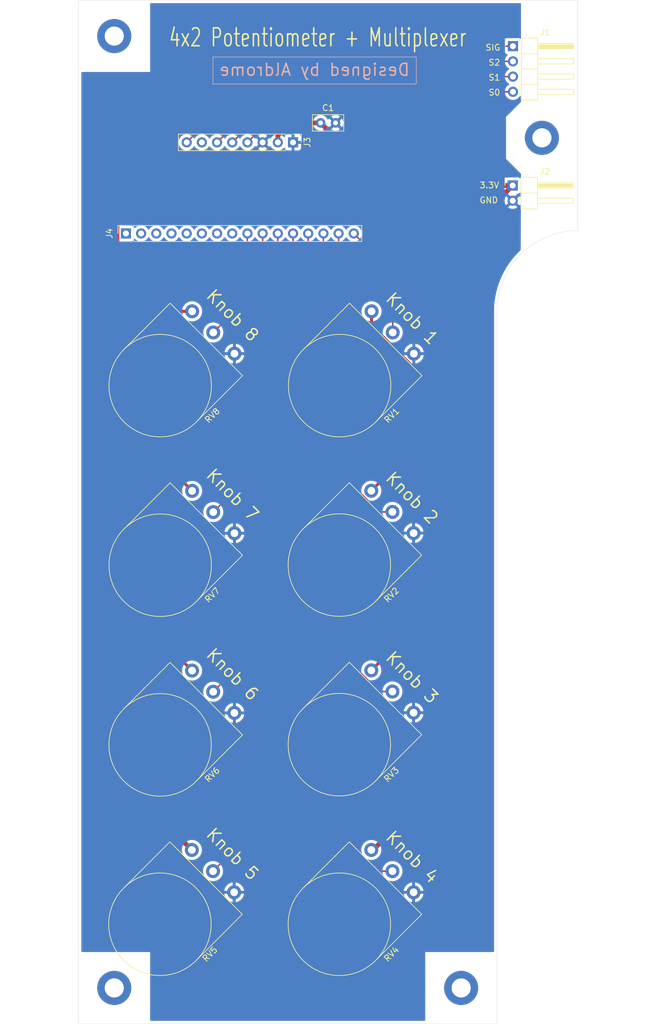
<source format=kicad_pcb>
(kicad_pcb (version 20241229) (generator "pcbnew") (generator_version "9.0")
  (layers (0 "F.Cu" signal) (2 "B.Cu" signal) (13 "F.Paste" user) (15 "B.Paste" user) (5 "F.SilkS" user "F.Silkscreen") (7 "B.SilkS" user "B.Silkscreen") (1 "F.Mask" user) (3 "B.Mask" user) (25 "Edge.Cuts" user))
  (net 0 "")
  (net 1 "+3.3V")
  (net 2 "GND")
  (net 3 "Net-(J1-Pin_3)")
  (net 4 "Net-(J1-Pin_2)")
  (net 5 "Net-(J1-Pin_1)")
  (net 6 "Net-(J1-Pin_4)")
  (net 8 "Net-(J4-Pin_10)")
  (net 9 "Net-(J4-Pin_16)")
  (net 16 "Net-(J4-Pin_12)")
  (net 17 "Net-(J4-Pin_11)")
  (net 19 "Net-(J4-Pin_13)")
  (net 21 "Net-(J4-Pin_15)")
  (net 22 "Net-(J4-Pin_9)")
  (net 23 "Net-(J4-Pin_14)")
  (footprint "Connector_PinHeader_2.54mm:PinHeader_1x08_P2.54mm_Vertical" (layer "F.Cu") (at 112.890001 39.76 -90)
    (property "Reference" "J3" (at 0 -2.38 90) (layer "F.SilkS"))
    (property "Value" "Conn_01x08")
    (fp_line (start -1.379999 19.16) (end 1.379999 19.16) (stroke (width 0.12)) (layer "F.SilkS"))
    (fp_line (start -1.38 1.27) (end -1.379999 19.16) (stroke (width 0.12)) (layer "F.SilkS"))
    (fp_line (start -1.38 1.27) (end 1.38 1.27) (stroke (width 0.12)) (layer "F.SilkS"))
    (fp_line (start 1.38 1.27) (end 1.379999 19.16) (stroke (width 0.12)) (layer "F.SilkS"))
    (fp_line (start -1.379999 0) (end -1.38 -1.38) (stroke (width 0.12)) (layer "F.SilkS"))
    (fp_line (start -1.38 -1.38) (end 0 -1.379999) (stroke (width 0.12)) (layer "F.SilkS"))
    (pad "1" thru_hole rect (at 0 0 270) (size 1.7 1.7) (drill 1) (layers "*.Cu" "*.Mask") (net 2 "GND"))
    (pad "2" thru_hole circle (at 0 2.54 270) (size 1.7 1.7) (drill 1) (layers "*.Cu" "*.Mask") (net 1 "+3.3V"))
    (pad "3" thru_hole circle (at 0 5.079999 270) (size 1.7 1.7) (drill 1) (layers "*.Cu" "*.Mask") (net 2 "GND"))
    (pad "4" thru_hole circle (at 0 7.62 270) (size 1.7 1.7) (drill 1) (layers "*.Cu" "*.Mask") (net 6 "Net-(J1-Pin_4)"))
    (pad "5" thru_hole circle (at 0 10.16 270) (size 1.7 1.7) (drill 1) (layers "*.Cu" "*.Mask") (net 3 "Net-(J1-Pin_3)"))
    (pad "6" thru_hole circle (at 0 12.7 270) (size 1.7 1.7) (drill 1) (layers "*.Cu" "*.Mask") (net 4 "Net-(J1-Pin_2)"))
    (pad "7" thru_hole circle (at 0 15.24 270) (size 1.7 1.7) (drill 1) (layers "*.Cu" "*.Mask"))
    (pad "8" thru_hole circle (at 0 17.780001 270) (size 1.7 1.7) (drill 1) (layers "*.Cu" "*.Mask") (net 5 "Net-(J1-Pin_1)"))
  )
  (footprint "Connector_PinHeader_2.54mm:PinHeader_1x04_P2.54mm_Horizontal" (layer "F.Cu") (at 149.661498 23.69)
    (property "Reference" "J1" (at 5.378502 -2.294571 0) (layer "F.SilkS"))
    (property "Value" "Conn_01x04")
    (fp_line (start -1.27 -1.27) (end 0 -1.27) (stroke (width 0.12)) (layer "F.SilkS"))
    (fp_line (start -1.27 0) (end -1.27 -1.27) (stroke (width 0.12)) (layer "F.SilkS"))
    (fp_line (start 1.077358 2.11) (end 1.39 2.11) (stroke (width 0.12)) (layer "F.SilkS"))
    (fp_line (start 1.077358 2.97) (end 1.39 2.97) (stroke (width 0.12)) (layer "F.SilkS"))
    (fp_line (start 1.077358 4.65) (end 1.39 4.65) (stroke (width 0.12)) (layer "F.SilkS"))
    (fp_line (start 1.077358 5.51) (end 1.39 5.51) (stroke (width 0.12)) (layer "F.SilkS"))
    (fp_line (start 1.077358 7.19) (end 1.39 7.19) (stroke (width 0.12)) (layer "F.SilkS"))
    (fp_line (start 1.077358 8.05) (end 1.39 8.05) (stroke (width 0.12)) (layer "F.SilkS"))
    (fp_line (start 1.16 -0.43) (end 1.39 -0.43) (stroke (width 0.12)) (layer "F.SilkS"))
    (fp_line (start 1.16 0.43) (end 1.39 0.43) (stroke (width 0.12)) (layer "F.SilkS"))
    (fp_line (start 1.39 -1.38) (end 1.39 9) (stroke (width 0.12)) (layer "F.SilkS"))
    (fp_line (start 1.39 1.27) (end 4.15 1.27) (stroke (width 0.12)) (layer "F.SilkS"))
    (fp_line (start 1.39 3.81) (end 4.15 3.81) (stroke (width 0.12)) (layer "F.SilkS"))
    (fp_line (start 1.39 6.35) (end 4.15 6.35) (stroke (width 0.12)) (layer "F.SilkS"))
    (fp_line (start 1.39 9) (end 4.15 9) (stroke (width 0.12)) (layer "F.SilkS"))
    (fp_line (start 4.15 -1.38) (end 1.39 -1.38) (stroke (width 0.12)) (layer "F.SilkS"))
    (fp_line (start 4.15 2.11) (end 10.15 2.11) (stroke (width 0.12)) (layer "F.SilkS"))
    (fp_line (start 4.15 4.65) (end 10.15 4.65) (stroke (width 0.12)) (layer "F.SilkS"))
    (fp_line (start 4.15 7.19) (end 10.15 7.19) (stroke (width 0.12)) (layer "F.SilkS"))
    (fp_line (start 4.15 9) (end 4.15 -1.38) (stroke (width 0.12)) (layer "F.SilkS"))
    (fp_line (start 10.15 2.11) (end 10.15 2.97) (stroke (width 0.12)) (layer "F.SilkS"))
    (fp_line (start 10.15 2.97) (end 4.15 2.97) (stroke (width 0.12)) (layer "F.SilkS"))
    (fp_line (start 10.15 4.65) (end 10.15 5.51) (stroke (width 0.12)) (layer "F.SilkS"))
    (fp_line (start 10.15 5.51) (end 4.15 5.51) (stroke (width 0.12)) (layer "F.SilkS"))
    (fp_line (start 10.15 7.19) (end 10.15 8.05) (stroke (width 0.12)) (layer "F.SilkS"))
    (fp_line (start 10.15 8.05) (end 4.15 8.05) (stroke (width 0.12)) (layer "F.SilkS"))
    (fp_rect (start 4.15 -0.43) (end 10.15 0.43) (stroke (width 0.12)) (fill yes) (layer "F.SilkS"))
    (pad "1" thru_hole rect (at 0 0) (size 1.7 1.7) (drill 1) (layers "*.Cu" "*.Mask") (net 5 "Net-(J1-Pin_1)"))
    (pad "2" thru_hole circle (at 0 2.54) (size 1.7 1.7) (drill 1) (layers "*.Cu" "*.Mask") (net 4 "Net-(J1-Pin_2)"))
    (pad "3" thru_hole circle (at 0 5.08) (size 1.7 1.7) (drill 1) (layers "*.Cu" "*.Mask") (net 3 "Net-(J1-Pin_3)"))
    (pad "4" thru_hole circle (at 0 7.62) (size 1.7 1.7) (drill 1) (layers "*.Cu" "*.Mask") (net 6 "Net-(J1-Pin_4)"))
  )
  (footprint "Potentiometer_THT:Potentiometer_Omeg_PC16BU_Vertical" (layer "F.Cu") (at 125.97543 97.953503 -135)
    (property "Reference" "RV2" (at 9.915 -14.7 45) (layer "F.SilkS"))
    (property "Value" "R_Potentiometer")
    (fp_line (start 12.55 3.56) (end 1.64 3.56) (stroke (width 0.12)) (layer "F.SilkS"))
    (fp_line (start 12.55 -13.56) (end 1.64 -13.56) (stroke (width 0.12)) (layer "F.SilkS"))
    (fp_line (start 1.64 -13.56) (end 1.64 3.56) (stroke (width 0.12)) (layer "F.SilkS"))
    (fp_circle (center 12.55 -5) (end 21.11 -5) (stroke (width 0.12)) (fill no) (layer "F.SilkS"))
    (pad "1" thru_hole circle (at 0 0 225) (size 2.34 2.34) (drill 1.3) (layers "*.Cu" "*.Mask") (net 1 "+3.3V"))
    (pad "2" thru_hole circle (at 0 -5 225) (size 2.34 2.34) (drill 1.3) (layers "*.Cu" "*.Mask") (net 21 "Net-(J4-Pin_15)"))
    (pad "3" thru_hole circle (at 0 -10 225) (size 2.34 2.34) (drill 1.3) (layers "*.Cu" "*.Mask") (net 2 "GND"))
  )
  (footprint "Potentiometer_THT:Potentiometer_Omeg_PC16BU_Vertical" (layer "F.Cu") (at 96.010964 127.989037 -135)
    (property "Reference" "RV6" (at 9.915 -14.7 45) (layer "F.SilkS"))
    (property "Value" "R_Potentiometer")
    (fp_line (start 12.55 3.56) (end 1.64 3.56) (stroke (width 0.12)) (layer "F.SilkS"))
    (fp_line (start 12.55 -13.56) (end 1.64 -13.56) (stroke (width 0.12)) (layer "F.SilkS"))
    (fp_line (start 1.64 -13.56) (end 1.64 3.56) (stroke (width 0.12)) (layer "F.SilkS"))
    (fp_circle (center 12.55 -5) (end 21.11 -5) (stroke (width 0.12)) (fill no) (layer "F.SilkS"))
    (pad "1" thru_hole circle (at 0 0 225) (size 2.34 2.34) (drill 1.3) (layers "*.Cu" "*.Mask") (net 1 "+3.3V"))
    (pad "2" thru_hole circle (at 0 -5 225) (size 2.34 2.34) (drill 1.3) (layers "*.Cu" "*.Mask") (net 17 "Net-(J4-Pin_11)"))
    (pad "3" thru_hole circle (at 0 -10 225) (size 2.34 2.34) (drill 1.3) (layers "*.Cu" "*.Mask") (net 2 "GND"))
  )
  (footprint "Potentiometer_THT:Potentiometer_Omeg_PC16BU_Vertical" (layer "F.Cu") (at 125.97543 157.953503 -135)
    (property "Reference" "RV4" (at 9.915 -14.7 45) (layer "F.SilkS"))
    (property "Value" "R_Potentiometer")
    (fp_line (start 12.55 3.56) (end 1.64 3.56) (stroke (width 0.12)) (layer "F.SilkS"))
    (fp_line (start 12.55 -13.56) (end 1.64 -13.56) (stroke (width 0.12)) (layer "F.SilkS"))
    (fp_line (start 1.64 -13.56) (end 1.64 3.56) (stroke (width 0.12)) (layer "F.SilkS"))
    (fp_circle (center 12.55 -5) (end 21.11 -5) (stroke (width 0.12)) (fill no) (layer "F.SilkS"))
    (pad "1" thru_hole circle (at 0 0 225) (size 2.34 2.34) (drill 1.3) (layers "*.Cu" "*.Mask") (net 1 "+3.3V"))
    (pad "2" thru_hole circle (at 0 -5 225) (size 2.34 2.34) (drill 1.3) (layers "*.Cu" "*.Mask") (net 19 "Net-(J4-Pin_13)"))
    (pad "3" thru_hole circle (at 0 -10 225) (size 2.34 2.34) (drill 1.3) (layers "*.Cu" "*.Mask") (net 2 "GND"))
  )
  (footprint "MountingHole:MountingHole_3.2mm_M3_ISO7380_Pad_TopBottom" (layer "F.Cu") (at 83 181)
    (property "Reference" "REF**" (hide yes))
    (property "Value" "MountingHole_3.2mm_M3_ISO7380_Pad_TopBottom")
    (pad "1" thru_hole circle (at 0 0) (size 3.6 3.6) (drill 3.2) (layers "*.Cu" "*.Mask"))
    (pad "1" connect circle (at 0 0) (size 5.7 5.7) (layers "F.Cu" "F.Mask"))
    (pad "1" connect circle (at 0 0) (size 5.7 5.7) (layers "B.Cu" "B.Mask"))
  )
  (footprint "MountingHole:MountingHole_3.2mm_M3_ISO7380_Pad_TopBottom" (layer "F.Cu") (at 154.5 39)
    (property "Reference" "REF**" (hide yes))
    (property "Value" "MountingHole_3.2mm_M3_ISO7380_Pad_TopBottom")
    (pad "1" thru_hole circle (at 0 0) (size 3.6 3.6) (drill 3.2) (layers "*.Cu" "*.Mask"))
    (pad "1" connect circle (at 0 0) (size 5.7 5.7) (layers "F.Cu" "F.Mask"))
    (pad "1" connect circle (at 0 0) (size 5.7 5.7) (layers "B.Cu" "B.Mask"))
  )
  (footprint "Potentiometer_THT:Potentiometer_Omeg_PC16BU_Vertical" (layer "F.Cu") (at 95.97543 157.953503 -135)
    (property "Reference" "RV5" (at 10.168806 -14.446194 45) (layer "F.SilkS"))
    (property "Value" "R_Potentiometer")
    (fp_line (start 12.55 3.56) (end 1.64 3.56) (stroke (width 0.12)) (layer "F.SilkS"))
    (fp_line (start 12.55 -13.56) (end 1.64 -13.56) (stroke (width 0.12)) (layer "F.SilkS"))
    (fp_line (start 1.64 -13.56) (end 1.64 3.56) (stroke (width 0.12)) (layer "F.SilkS"))
    (fp_circle (center 12.55 -5) (end 21.11 -5) (stroke (width 0.12)) (fill no) (layer "F.SilkS"))
    (pad "1" thru_hole circle (at 0 0 225) (size 2.34 2.34) (drill 1.3) (layers "*.Cu" "*.Mask") (net 1 "+3.3V"))
    (pad "2" thru_hole circle (at 0 -5 225) (size 2.34 2.34) (drill 1.3) (layers "*.Cu" "*.Mask") (net 16 "Net-(J4-Pin_12)"))
    (pad "3" thru_hole circle (at 0 -10 225) (size 2.34 2.34) (drill 1.3) (layers "*.Cu" "*.Mask") (net 2 "GND"))
  )
  (footprint "Capacitor_THT:C_Disc_D5.0mm_W2.5mm_P2.50mm" (layer "F.Cu") (at 117.5 36.5)
    (property "Reference" "C1" (at 1.25 -2.499999 0) (layer "F.SilkS"))
    (property "Value" "0.1uF")
    (fp_line (start -1.37 -1.37) (end 3.87 -1.37) (stroke (width 0.12)) (layer "F.SilkS"))
    (fp_line (start -1.37 1.37) (end -1.37 -1.37) (stroke (width 0.12)) (layer "F.SilkS"))
    (fp_line (start 3.87 -1.37) (end 3.87 1.37) (stroke (width 0.12)) (layer "F.SilkS"))
    (fp_line (start 3.87 1.37) (end -1.37 1.37) (stroke (width 0.12)) (layer "F.SilkS"))
    (pad "1" thru_hole circle (at 0 0) (size 1.6 1.6) (drill 0.8) (layers "*.Cu" "*.Mask") (net 1 "+3.3V"))
    (pad "2" thru_hole circle (at 2.5 0) (size 1.6 1.6) (drill 0.8) (layers "*.Cu" "*.Mask") (net 2 "GND"))
  )
  (footprint "Potentiometer_THT:Potentiometer_Omeg_PC16BU_Vertical" (layer "F.Cu") (at 96.021928 97.978074 -135)
    (property "Reference" "RV7" (at 9.915 -14.7 45) (layer "F.SilkS"))
    (property "Value" "R_Potentiometer")
    (fp_line (start 12.55 3.56) (end 1.64 3.56) (stroke (width 0.12)) (layer "F.SilkS"))
    (fp_line (start 12.55 -13.56) (end 1.64 -13.56) (stroke (width 0.12)) (layer "F.SilkS"))
    (fp_line (start 1.64 -13.56) (end 1.64 3.56) (stroke (width 0.12)) (layer "F.SilkS"))
    (fp_circle (center 12.55 -5) (end 21.11 -5) (stroke (width 0.12)) (fill no) (layer "F.SilkS"))
    (pad "1" thru_hole circle (at 0 0 225) (size 2.34 2.34) (drill 1.3) (layers "*.Cu" "*.Mask") (net 1 "+3.3V"))
    (pad "2" thru_hole circle (at 0 -5 225) (size 2.34 2.34) (drill 1.3) (layers "*.Cu" "*.Mask") (net 8 "Net-(J4-Pin_10)"))
    (pad "3" thru_hole circle (at 0 -10 225) (size 2.34 2.34) (drill 1.3) (layers "*.Cu" "*.Mask") (net 2 "GND"))
  )
  (footprint "Connector_PinHeader_2.54mm:PinHeader_1x02_P2.54mm_Horizontal" (layer "F.Cu") (at 149.615 46.96)
    (property "Reference" "J2" (at 5.378502 -2.294571 0) (layer "F.SilkS"))
    (property "Value" "Conn_01x02")
    (fp_line (start -1.27 -1.27) (end 0 -1.27) (stroke (width 0.12)) (layer "F.SilkS"))
    (fp_line (start -1.27 0) (end -1.27 -1.27) (stroke (width 0.12)) (layer "F.SilkS"))
    (fp_line (start 1.077358 2.11) (end 1.39 2.11) (stroke (width 0.12)) (layer "F.SilkS"))
    (fp_line (start 1.077358 2.97) (end 1.39 2.97) (stroke (width 0.12)) (layer "F.SilkS"))
    (fp_line (start 1.16 -0.43) (end 1.39 -0.43) (stroke (width 0.12)) (layer "F.SilkS"))
    (fp_line (start 1.16 0.43) (end 1.39 0.43) (stroke (width 0.12)) (layer "F.SilkS"))
    (fp_line (start 1.39 -1.38) (end 1.39 3.92) (stroke (width 0.12)) (layer "F.SilkS"))
    (fp_line (start 1.39 1.27) (end 4.15 1.27) (stroke (width 0.12)) (layer "F.SilkS"))
    (fp_line (start 1.39 3.92) (end 4.15 3.92) (stroke (width 0.12)) (layer "F.SilkS"))
    (fp_line (start 4.15 -1.38) (end 1.39 -1.38) (stroke (width 0.12)) (layer "F.SilkS"))
    (fp_line (start 4.15 2.11) (end 10.15 2.11) (stroke (width 0.12)) (layer "F.SilkS"))
    (fp_line (start 4.15 3.92) (end 4.15 -1.38) (stroke (width 0.12)) (layer "F.SilkS"))
    (fp_line (start 10.15 2.11) (end 10.15 2.97) (stroke (width 0.12)) (layer "F.SilkS"))
    (fp_line (start 10.15 2.97) (end 4.15 2.97) (stroke (width 0.12)) (layer "F.SilkS"))
    (fp_rect (start 4.15 -0.43) (end 10.15 0.43) (stroke (width 0.12)) (fill yes) (layer "F.SilkS"))
    (pad "1" thru_hole rect (at 0 0) (size 1.7 1.7) (drill 1) (layers "*.Cu" "*.Mask") (net 1 "+3.3V"))
    (pad "2" thru_hole circle (at 0 2.54) (size 1.7 1.7) (drill 1) (layers "*.Cu" "*.Mask") (net 2 "GND"))
  )
  (footprint "MountingHole:MountingHole_3.2mm_M3_ISO7380_Pad_TopBottom" (layer "F.Cu") (at 83 22)
    (property "Reference" "REF**" (hide yes))
    (property "Value" "MountingHole_3.2mm_M3_ISO7380_Pad_TopBottom")
    (pad "1" thru_hole circle (at 0 0) (size 3.6 3.6) (drill 3.2) (layers "*.Cu" "*.Mask"))
    (pad "1" connect circle (at 0 0) (size 5.7 5.7) (layers "F.Cu" "F.Mask"))
    (pad "1" connect circle (at 0 0) (size 5.7 5.7) (layers "B.Cu" "B.Mask"))
  )
  (footprint "Potentiometer_THT:Potentiometer_Omeg_PC16BU_Vertical" (layer "F.Cu") (at 96.021928 67.978074 -135)
    (property "Reference" "RV8" (at 9.915 -14.7 45) (layer "F.SilkS"))
    (property "Value" "R_Potentiometer")
    (fp_line (start 12.55 3.56) (end 1.64 3.56) (stroke (width 0.12)) (layer "F.SilkS"))
    (fp_line (start 12.55 -13.56) (end 1.64 -13.56) (stroke (width 0.12)) (layer "F.SilkS"))
    (fp_line (start 1.64 -13.56) (end 1.64 3.56) (stroke (width 0.12)) (layer "F.SilkS"))
    (fp_circle (center 12.55 -5) (end 21.11 -5) (stroke (width 0.12)) (fill no) (layer "F.SilkS"))
    (pad "1" thru_hole circle (at 0 0 225) (size 2.34 2.34) (drill 1.3) (layers "*.Cu" "*.Mask") (net 1 "+3.3V"))
    (pad "2" thru_hole circle (at 0 -5 225) (size 2.34 2.34) (drill 1.3) (layers "*.Cu" "*.Mask") (net 22 "Net-(J4-Pin_9)"))
    (pad "3" thru_hole circle (at 0 -10 225) (size 2.34 2.34) (drill 1.3) (layers "*.Cu" "*.Mask") (net 2 "GND"))
  )
  (footprint "Potentiometer_THT:Potentiometer_Omeg_PC16BU_Vertical" (layer "F.Cu") (at 125.97543 127.953503 -135)
    (property "Reference" "RV3" (at 9.915 -14.7 45) (layer "F.SilkS"))
    (property "Value" "R_Potentiometer")
    (fp_line (start 12.55 3.56) (end 1.64 3.56) (stroke (width 0.12)) (layer "F.SilkS"))
    (fp_line (start 12.55 -13.56) (end 1.64 -13.56) (stroke (width 0.12)) (layer "F.SilkS"))
    (fp_line (start 1.64 -13.56) (end 1.64 3.56) (stroke (width 0.12)) (layer "F.SilkS"))
    (fp_circle (center 12.55 -5) (end 21.11 -5) (stroke (width 0.12)) (fill no) (layer "F.SilkS"))
    (pad "1" thru_hole circle (at 0 0 225) (size 2.34 2.34) (drill 1.3) (layers "*.Cu" "*.Mask") (net 1 "+3.3V"))
    (pad "2" thru_hole circle (at 0 -5 225) (size 2.34 2.34) (drill 1.3) (layers "*.Cu" "*.Mask") (net 23 "Net-(J4-Pin_14)"))
    (pad "3" thru_hole circle (at 0 -10 225) (size 2.34 2.34) (drill 1.3) (layers "*.Cu" "*.Mask") (net 2 "GND"))
  )
  (footprint "Connector_PinSocket_2.54mm:PinSocket_1x16_P2.54mm_Vertical" (layer "F.Cu") (at 84.95 54.975 90)
    (property "Reference" "J4" (at 0 -2.77 90) (layer "F.SilkS"))
    (property "Value" "Conn_01x16")
    (fp_line (start 1.33 -1.33) (end 1.33 0) (stroke (width 0.12)) (layer "F.SilkS"))
    (fp_line (start 0 -1.33) (end 1.33 -1.33) (stroke (width 0.12)) (layer "F.SilkS"))
    (fp_line (start 1.33 1.270001) (end 1.33 39.429999) (stroke (width 0.12)) (layer "F.SilkS"))
    (fp_line (start -1.33 1.270001) (end 1.33 1.270001) (stroke (width 0.12)) (layer "F.SilkS"))
    (fp_line (start -1.33 1.270001) (end -1.33 39.429999) (stroke (width 0.12)) (layer "F.SilkS"))
    (fp_line (start -1.33 39.429999) (end 1.33 39.429999) (stroke (width 0.12)) (layer "F.SilkS"))
    (pad "1" thru_hole rect (at 0 0 90) (size 1.7 1.7) (drill 1) (layers "*.Cu" "*.Mask"))
    (pad "2" thru_hole circle (at 0 2.54 90) (size 1.7 1.7) (drill 1) (layers "*.Cu" "*.Mask"))
    (pad "3" thru_hole circle (at 0 5.079999 90) (size 1.7 1.7) (drill 1) (layers "*.Cu" "*.Mask"))
    (pad "4" thru_hole circle (at 0 7.62 90) (size 1.7 1.7) (drill 1) (layers "*.Cu" "*.Mask"))
    (pad "5" thru_hole circle (at 0 10.16 90) (size 1.7 1.7) (drill 1) (layers "*.Cu" "*.Mask"))
    (pad "6" thru_hole circle (at 0 12.7 90) (size 1.7 1.7) (drill 1) (layers "*.Cu" "*.Mask"))
    (pad "7" thru_hole circle (at 0 15.24 90) (size 1.7 1.7) (drill 1) (layers "*.Cu" "*.Mask"))
    (pad "8" thru_hole circle (at 0 17.780001 90) (size 1.7 1.7) (drill 1) (layers "*.Cu" "*.Mask"))
    (pad "9" thru_hole circle (at 0 20.32 90) (size 1.7 1.7) (drill 1) (layers "*.Cu" "*.Mask") (net 22 "Net-(J4-Pin_9)"))
    (pad "10" thru_hole circle (at 0 22.86 90) (size 1.7 1.7) (drill 1) (layers "*.Cu" "*.Mask") (net 8 "Net-(J4-Pin_10)"))
    (pad "11" thru_hole circle (at 0 25.4 90) (size 1.7 1.7) (drill 1) (layers "*.Cu" "*.Mask") (net 17 "Net-(J4-Pin_11)"))
    (pad "12" thru_hole circle (at 0 27.939999 90) (size 1.7 1.7) (drill 1) (layers "*.Cu" "*.Mask") (net 16 "Net-(J4-Pin_12)"))
    (pad "13" thru_hole circle (at 0 30.48 90) (size 1.7 1.7) (drill 1) (layers "*.Cu" "*.Mask") (net 19 "Net-(J4-Pin_13)"))
    (pad "14" thru_hole circle (at 0 33.02 90) (size 1.7 1.7) (drill 1) (layers "*.Cu" "*.Mask") (net 23 "Net-(J4-Pin_14)"))
    (pad "15" thru_hole circle (at 0 35.56 90) (size 1.7 1.7) (drill 1) (layers "*.Cu" "*.Mask") (net 21 "Net-(J4-Pin_15)"))
    (pad "16" thru_hole circle (at 0 38.099999 90) (size 1.7 1.7) (drill 1) (layers "*.Cu" "*.Mask") (net 9 "Net-(J4-Pin_16)"))
  )
  (footprint "MountingHole:MountingHole_3.2mm_M3_ISO7380_Pad_TopBottom" (layer "F.Cu") (at 141 181)
    (property "Reference" "REF**" (hide yes))
    (property "Value" "MountingHole_3.2mm_M3_ISO7380_Pad_TopBottom")
    (pad "1" thru_hole circle (at 0 0) (size 3.6 3.6) (drill 3.2) (layers "*.Cu" "*.Mask"))
    (pad "1" connect circle (at 0 0) (size 5.7 5.7) (layers "F.Cu" "F.Mask"))
    (pad "1" connect circle (at 0 0) (size 5.7 5.7) (layers "B.Cu" "B.Mask"))
  )
  (footprint "Potentiometer_THT:Potentiometer_Omeg_PC16BU_Vertical" (layer "F.Cu") (at 126.021928 67.978074 -135)
    (property "Reference" "RV1" (at 9.915 -14.7 45) (layer "F.SilkS"))
    (property "Value" "R_Potentiometer")
    (fp_line (start 12.55 3.56) (end 1.64 3.56) (stroke (width 0.12)) (layer "F.SilkS"))
    (fp_line (start 12.55 -13.56) (end 1.64 -13.56) (stroke (width 0.12)) (layer "F.SilkS"))
    (fp_line (start 1.64 -13.56) (end 1.64 3.56) (stroke (width 0.12)) (layer "F.SilkS"))
    (fp_circle (center 12.55 -5) (end 21.11 -5) (stroke (width 0.12)) (fill no) (layer "F.SilkS"))
    (pad "1" thru_hole circle (at 0 0 225) (size 2.34 2.34) (drill 1.3) (layers "*.Cu" "*.Mask") (net 1 "+3.3V"))
    (pad "2" thru_hole circle (at 0 -5 225) (size 2.34 2.34) (drill 1.3) (layers "*.Cu" "*.Mask") (net 9 "Net-(J4-Pin_16)"))
    (pad "3" thru_hole circle (at 0 -10 225) (size 2.34 2.34) (drill 1.3) (layers "*.Cu" "*.Mask") (net 2 "GND"))
  )
  (gr_line (start 77 187) (end 147 187) (stroke (width 0.05)) (layer "Edge.Cuts"))
  (gr_line (start 160.5 54.5) (end 160.5 16) (stroke (width 0.05)) (layer "Edge.Cuts"))
  (gr_line (start 147 187) (end 147 68) (stroke (width 0.05)) (layer "Edge.Cuts"))
  (gr_line (start 77 20) (end 77 187) (stroke (width 0.05)) (layer "Edge.Cuts"))
  (gr_arc (start 147 68) (mid 150.954058 58.454058) (end 160.5 54.5) (stroke (width 0.05)) (layer "Edge.Cuts"))
  (gr_line (start 77 16) (end 77 20) (stroke (width 0.05)) (layer "Edge.Cuts"))
  (gr_line (start 160.5 16) (end 77 16) (stroke (width 0.05)) (layer "Edge.Cuts"))
  (gr_text "3.3V" (at 144 47.5 0) (layer "F.SilkS") (effects (font (size 1 1)) (justify left bottom)))
  (gr_text "Knob 7" (at 98 95.5 315) (layer "F.SilkS") (effects (font (size 2 2) (thickness 0.25)) (justify left bottom)))
  (gr_text "S1" (at 145.5 29.5 0) (layer "F.SilkS") (effects (font (size 1 1)) (justify left bottom)))
  (gr_text "S0" (at 145.5 32 0) (layer "F.SilkS") (effects (font (size 1 1)) (justify left bottom)))
  (gr_text "Knob 1" (at 131.962324 70 315) (layer "F.SilkS") (effects (font (size 2 2) (thickness 0.25)) (justify bottom)))
  (gr_text "GND" (at 144 50 0) (layer "F.SilkS") (effects (font (size 1 1)) (justify left bottom)))
  (gr_text "Knob 5" (at 98 155.5 315) (layer "F.SilkS") (effects (font (size 2 2) (thickness 0.25)) (justify left bottom)))
  (gr_text "Knob 2" (at 128 96 315) (layer "F.SilkS") (effects (font (size 2 2) (thickness 0.25)) (justify left bottom)))
  (gr_text "Knob 4" (at 128 156 315) (layer "F.SilkS") (effects (font (size 2 2) (thickness 0.25)) (justify left bottom)))
  (gr_text "Knob 6" (at 98 125.5 315) (layer "F.SilkS") (effects (font (size 2 2) (thickness 0.25)) (justify left bottom)))
  (gr_text "4x2 Potentiometer + Multiplexer" (at 92 24 0) (layer "F.SilkS") (effects (font (size 3 2) (thickness 0.25)) (justify left bottom)))
  (gr_text "Knob 3" (at 128 126 315) (layer "F.SilkS") (effects (font (size 2 2) (thickness 0.25)) (justify left bottom)))
  (gr_text "SIG" (at 145 24.5 0) (layer "F.SilkS") (effects (font (size 1 1)) (justify left bottom)))
  (gr_text "Knob 8" (at 101.962324 69.5 315) (layer "F.SilkS") (effects (font (size 2 2) (thickness 0.25)) (justify bottom)))
  (gr_text "S2" (at 145.5 27 0) (layer "F.SilkS") (effects (font (size 1 1)) (justify left bottom)))
  (gr_text_box "Designed by Aldrome" (start 99.5 25.5) (end 133.5 30) (margins 1.0025 1.0025 1.0025 1.0025) (layer "B.SilkS") (effects (font (size 2 2) (thickness 0.25)) (justify left top mirror)) (border yes) (stroke (width 0.1)))
  (segment (start 125.97543 157.953503) (end 126.271497 157.953503) (width 0.8) (layer "F.Cu") (net 1))
  (segment (start 149.615 46.96) (end 142.225 54.35) (width 0.8) (layer "F.Cu") (net 1))
  (segment (start 83.449 115) (end 83.449 145.427073) (width 0.8) (layer "F.Cu") (net 1))
  (segment (start 110.350001 39.76) (end 110.350001 38.557919) (width 0.8) (layer "F.Cu") (net 1))
  (segment (start 142.225 113) (end 142.225 138) (width 0.8) (layer "F.Cu") (net 1))
  (segment (start 128.5 46.96) (end 89.963 46.96) (width 0.8) (layer "F.Cu") (net 1))
  (segment (start 90.478074 67.978074) (end 83.449 60.949) (width 0.5) (layer "F.Cu") (net 1))
  (segment (start 89.963 46.96) (end 83.449 53.474) (width 0.8) (layer "F.Cu") (net 1))
  (segment (start 96.010964 127.989037) (end 83.449 115.427073) (width 0.5) (layer "F.Cu") (net 1))
  (segment (start 140.928933 113) (end 142.225 113) (width 0.5) (layer "F.Cu") (net 1))
  (segment (start 142.225 107) (end 142.225 113) (width 0.8) (layer "F.Cu") (net 1))
  (segment (start 110.350001 38.557919) (end 112.40792 36.5) (width 0.8) (layer "F.Cu") (net 1))
  (segment (start 83.449 145.427073) (end 95.97543 157.953503) (width 0.8) (layer "F.Cu") (net 1))
  (segment (start 110.390001 39.72) (end 110.350001 39.76) (width 0.2) (layer "F.Cu") (net 1))
  (segment (start 83.449 85.5) (end 83.449 115) (width 0.8) (layer "F.Cu") (net 1))
  (segment (start 96.021928 97.978074) (end 83.543854 85.5) (width 0.5) (layer "F.Cu") (net 1))
  (segment (start 142.225 81.703933) (end 142.225 81.5) (width 0.5) (layer "F.Cu") (net 1))
  (segment (start 83.543854 85.5) (end 83.449 85.5) (width 0.5) (layer "F.Cu") (net 1))
  (segment (start 96.021928 67.978074) (end 90.478074 67.978074) (width 0.5) (layer "F.Cu") (net 1))
  (segment (start 149.615 46.96) (end 128.5 46.96) (width 0.8) (layer "F.Cu") (net 1))
  (segment (start 126.021928 70.341225) (end 132.680703 77) (width 0.5) (layer "F.Cu") (net 1))
  (segment (start 142.225 138) (end 142.225 137) (width 0.5) (layer "F.Cu") (net 1))
  (segment (start 83.449 57) (end 83.449 85.5) (width 0.8) (layer "F.Cu") (net 1))
  (segment (start 112.40792 36.5) (end 117.5 36.5) (width 0.8) (layer "F.Cu") (net 1))
  (segment (start 126.021928 67.978074) (end 126.021928 70.341225) (width 0.5) (layer "F.Cu") (net 1))
  (segment (start 142.225 81.5) (end 142.225 107) (width 0.8) (layer "F.Cu") (net 1))
  (segment (start 83.449 60.949) (end 83.449 57) (width 0.5) (layer "F.Cu") (net 1))
  (segment (start 83.449 115.427073) (end 83.449 115) (width 0.5) (layer "F.Cu") (net 1))
  (segment (start 127.96 46.96) (end 128.5 46.96) (width 0.8) (layer "F.Cu") (net 1))
  (segment (start 126.271497 157.953503) (end 142.225 142) (width 0.8) (layer "F.Cu") (net 1))
  (segment (start 142.225 54.35) (end 142.225 77) (width 0.8) (layer "F.Cu") (net 1))
  (segment (start 125.97543 97.953503) (end 142.225 81.703933) (width 0.5) (layer "F.Cu") (net 1))
  (segment (start 142.225 77) (end 142.225 81.5) (width 0.8) (layer "F.Cu") (net 1))
  (segment (start 83.449 53.474) (end 83.449 57) (width 0.8) (layer "F.Cu") (net 1))
  (segment (start 125.97543 127.953503) (end 140.928933 113) (width 0.5) (layer "F.Cu") (net 1))
  (segment (start 142.225 142) (end 142.225 138) (width 0.8) (layer "F.Cu") (net 1))
  (segment (start 132.680703 77) (end 142.225 77) (width 0.5) (layer "F.Cu") (net 1))
  (segment (start 117.5 36.5) (end 127.96 46.96) (width 0.8) (layer "F.Cu") (net 1))
  (segment (start 149.661498 28.77) (end 113.720001 28.77) (width 0.25) (layer "F.Cu") (net 3))
  (segment (start 113.720001 28.77) (end 102.730001 39.76) (width 0.25) (layer "F.Cu") (net 3))
  (segment (start 149.661498 26.23) (end 113.720001 26.23) (width 0.25) (layer "F.Cu") (net 4))
  (segment (start 113.720001 26.23) (end 100.190001 39.76) (width 0.25) (layer "F.Cu") (net 4))
  (segment (start 111.18 23.69) (end 95.11 39.76) (width 0.25) (layer "F.Cu") (net 5))
  (segment (start 149.661498 23.69) (end 111.18 23.69) (width 0.25) (layer "F.Cu") (net 5))
  (segment (start 105.270001 39.76) (end 113.720001 31.31) (width 0.25) (layer "F.Cu") (net 6))
  (segment (start 113.720001 31.31) (end 149.661498 31.31) (width 0.25) (layer "F.Cu") (net 6))
  (segment (start 107.81 54.975) (end 107.81 93.26107) (width 0.25) (layer "F.Cu") (net 8))
  (segment (start 107.81 93.26107) (end 99.557462 101.513608) (width 0.25) (layer "F.Cu") (net 8))
  (segment (start 129.557462 61.482463) (end 129.557462 71.513608) (width 0.25) (layer "F.Cu") (net 9))
  (segment (start 123.049999 54.975) (end 129.557462 61.482463) (width 0.25) (layer "F.Cu") (net 9))
  (segment (start 112.889999 54.975) (end 112.889999 148.110001) (width 0.25) (layer "F.Cu") (net 16))
  (segment (start 112.889999 148.110001) (end 99.510964 161.489036) (width 0.25) (layer "F.Cu") (net 16))
  (segment (start 99.510964 161.489036) (end 99.510964 161.489037) (width 0.2) (layer "F.Cu") (net 16))
  (segment (start 110.35 54.975) (end 110.35 120.721069) (width 0.25) (layer "F.Cu") (net 17))
  (segment (start 110.35 120.721069) (end 99.546498 131.524571) (width 0.25) (layer "F.Cu") (net 17))
  (segment (start 129.510964 161.489037) (end 126.935681 161.489037) (width 0.25) (layer "F.Cu") (net 19))
  (segment (start 126.935681 161.489037) (end 115.43 149.983356) (width 0.25) (layer "F.Cu") (net 19))
  (segment (start 115.43 149.983356) (end 115.43 54.975) (width 0.25) (layer "F.Cu") (net 19))
  (segment (start 129.510964 101.489037) (end 127.324589 101.489037) (width 0.25) (layer "F.Cu") (net 21))
  (segment (start 120.51 94.674448) (end 120.51 54.975) (width 0.25) (layer "F.Cu") (net 21))
  (segment (start 127.324589 101.489037) (end 120.51 94.674448) (width 0.25) (layer "F.Cu") (net 21))
  (segment (start 105.27 54.975) (end 105.25 54.995) (width 0.25) (layer "F.Cu") (net 22))
  (segment (start 105.25 65.82107) (end 99.557462 71.513608) (width 0.25) (layer "F.Cu") (net 22))
  (segment (start 105.25 54.995) (end 105.25 65.82107) (width 0.25) (layer "F.Cu") (net 22))
  (segment (start 117.97 122.134448) (end 117.97 54.975) (width 0.25) (layer "F.Cu") (net 23))
  (segment (start 127.324589 131.489037) (end 117.97 122.134448) (width 0.25) (layer "F.Cu") (net 23))
  (segment (start 129.510964 131.489037) (end 127.324589 131.489037) (width 0.25) (layer "F.Cu") (net 23))
  (zone (net 0) (net_name "") (layers "F.Cu" "B.Cu") (name "Dead Area") (connect_pads (clearance 0)) (min_thickness 0.25)
    (keepout (tracks not_allowed) (vias not_allowed) (pads allowed) (copperpour not_allowed) (footprints allowed))
    (fill (thermal_gap 0.5) (thermal_bridge_width 0.5))
    (polygon (pts (xy 77 187) (xy 89 187) (xy 89 175) (xy 77 175)))
  )
  (zone (net 0) (net_name "") (layers "F.Cu" "B.Cu") (name "Dead Area") (connect_pads (clearance 0)) (min_thickness 0.25)
    (keepout (tracks not_allowed) (vias not_allowed) (pads allowed) (copperpour not_allowed) (footprints allowed))
    (fill (thermal_gap 0.5) (thermal_bridge_width 0.5))
    (polygon (pts (xy 160.5 16) (xy 151 16) (xy 151 33) (xy 148.5 35.5) (xy 148.5 42.5) (xy 151 45) (xy 150.954058 58.454058) (xy 160.5 58.454058)))
  )
  (zone (net 0) (net_name "") (layers "F.Cu" "B.Cu") (name "Dead Area") (connect_pads (clearance 0)) (min_thickness 0.25)
    (keepout (tracks not_allowed) (vias not_allowed) (pads allowed) (copperpour not_allowed) (footprints allowed))
    (fill (thermal_gap 0.5) (thermal_bridge_width 0.5))
    (polygon (pts (xy 147 187) (xy 135 187) (xy 135 175) (xy 147 175)))
  )
  (zone (net 0) (net_name "") (layers "F.Cu" "B.Cu") (name "Dead Area") (connect_pads (clearance 0)) (min_thickness 0.25)
    (keepout (tracks not_allowed) (vias not_allowed) (pads allowed) (copperpour not_allowed) (footprints allowed))
    (fill (thermal_gap 0.5) (thermal_bridge_width 0.5))
    (polygon (pts (xy 77 16) (xy 77 28) (xy 89 28) (xy 89 16)))
  )
  (zone (net 2) (net_name "GND") (layer "B.Cu") (name "Copper Pour") (connect_pads (clearance 0.5)) (min_thickness 0.25) (fill yes (thermal_gap 0.5) (thermal_bridge_width 0.5))
    (polygon (pts (xy 77 16) (xy 160.5 16) (xy 160.5 58.454058) (xy 147 187) (xy 77 187)))
  )
)
</source>
